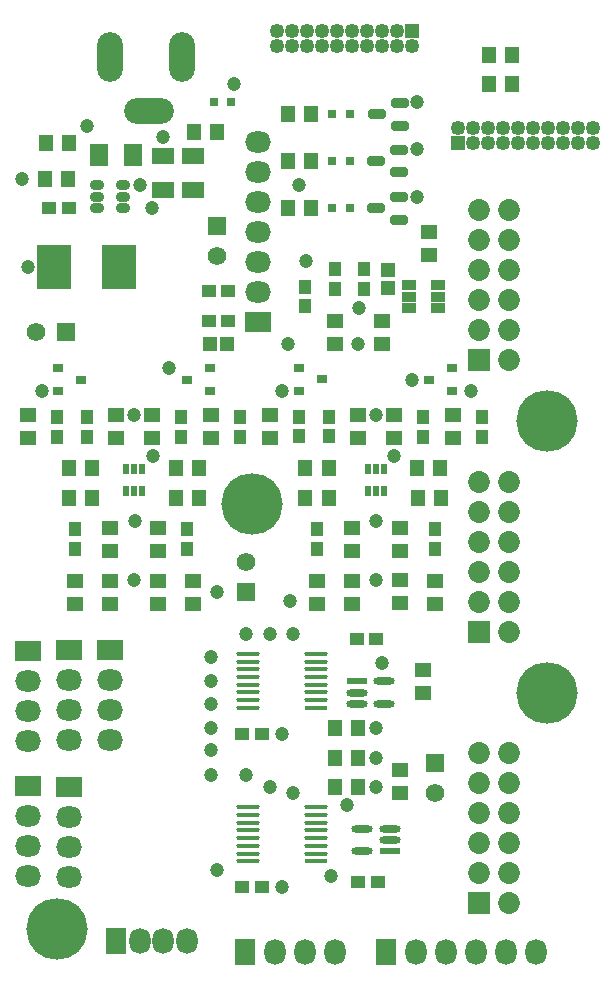
<source format=gbr>
%TF.GenerationSoftware,Altium Limited,Altium Designer,21.2.1 (34)*%
G04 Layer_Color=8388736*
%FSLAX45Y45*%
%MOMM*%
%TF.SameCoordinates,1A5297F3-7C59-4284-9812-4E6276DD2B67*%
%TF.FilePolarity,Negative*%
%TF.FileFunction,Soldermask,Top*%
%TF.Part,Single*%
G01*
G75*
%TA.AperFunction,SMDPad,CuDef*%
G04:AMPARAMS|DCode=16|XSize=1.95543mm|YSize=0.42077mm|CornerRadius=0.21038mm|HoleSize=0mm|Usage=FLASHONLY|Rotation=180.000|XOffset=0mm|YOffset=0mm|HoleType=Round|Shape=RoundedRectangle|*
%AMROUNDEDRECTD16*
21,1,1.95543,0.00000,0,0,180.0*
21,1,1.53467,0.42077,0,0,180.0*
1,1,0.42077,-0.76733,0.00000*
1,1,0.42077,0.76733,0.00000*
1,1,0.42077,0.76733,0.00000*
1,1,0.42077,-0.76733,0.00000*
%
%ADD16ROUNDEDRECTD16*%
%ADD17R,1.95543X0.42077*%
%ADD18R,0.80000X0.80000*%
%ADD19R,1.25814X1.46213*%
%ADD20R,1.46213X1.25814*%
%ADD21R,1.80524X0.61213*%
G04:AMPARAMS|DCode=22|XSize=1.80524mm|YSize=0.61213mm|CornerRadius=0.30606mm|HoleSize=0mm|Usage=FLASHONLY|Rotation=180.000|XOffset=0mm|YOffset=0mm|HoleType=Round|Shape=RoundedRectangle|*
%AMROUNDEDRECTD22*
21,1,1.80524,0.00000,0,0,180.0*
21,1,1.19311,0.61213,0,0,180.0*
1,1,0.61213,-0.59655,0.00000*
1,1,0.61213,0.59655,0.00000*
1,1,0.61213,0.59655,0.00000*
1,1,0.61213,-0.59655,0.00000*
%
%ADD22ROUNDEDRECTD22*%
%ADD23R,1.05822X1.20651*%
%ADD24R,1.20651X1.05822*%
%ADD25R,1.55550X1.85822*%
%TA.AperFunction,ConnectorPad*%
%ADD29R,1.46213X1.25814*%
%TA.AperFunction,ComponentPad*%
%ADD40R,1.57000X1.57000*%
%ADD41C,1.57000*%
%ADD44R,1.57000X1.57000*%
%ADD47C,1.25320*%
%ADD48R,1.25320X1.25320*%
%ADD49R,2.20320X1.80320*%
%ADD50O,2.20320X1.80320*%
%ADD51O,1.80320X2.20320*%
%ADD52R,1.80320X2.20320*%
%ADD53O,4.20320X2.20320*%
%ADD54O,2.20320X4.20320*%
%ADD55R,1.85320X1.85320*%
%ADD56C,1.85320*%
%TA.AperFunction,ViaPad*%
%ADD57C,5.20320*%
%ADD58C,1.20320*%
%TA.AperFunction,SMDPad,CuDef*%
%ADD67R,0.60320X0.86320*%
%ADD68O,1.20320X0.90320*%
G04:AMPARAMS|DCode=69|XSize=1.4632mm|YSize=0.7932mm|CornerRadius=0.17535mm|HoleSize=0mm|Usage=FLASHONLY|Rotation=180.000|XOffset=0mm|YOffset=0mm|HoleType=Round|Shape=RoundedRectangle|*
%AMROUNDEDRECTD69*
21,1,1.46320,0.44250,0,0,180.0*
21,1,1.11250,0.79320,0,0,180.0*
1,1,0.35070,-0.55625,0.22125*
1,1,0.35070,0.55625,0.22125*
1,1,0.35070,0.55625,-0.22125*
1,1,0.35070,-0.55625,-0.22125*
%
%ADD69ROUNDEDRECTD69*%
%ADD70R,1.30320X0.85320*%
%ADD71R,3.00320X3.70320*%
%ADD72R,0.92720X0.76220*%
%ADD73R,1.97320X1.41320*%
%ADD74R,1.20320X1.25320*%
%ADD75R,1.25320X1.20320*%
D16*
X2012462Y922500D02*
D03*
Y987500D02*
D03*
Y1052500D02*
D03*
Y1117500D02*
D03*
Y1182500D02*
D03*
Y1247500D02*
D03*
Y1312500D02*
D03*
Y1377500D02*
D03*
X2587539D02*
D03*
Y1312500D02*
D03*
Y1247500D02*
D03*
Y1182500D02*
D03*
Y1117500D02*
D03*
Y1052500D02*
D03*
Y987500D02*
D03*
X2587538Y2287500D02*
D03*
Y2352500D02*
D03*
Y2417500D02*
D03*
Y2482500D02*
D03*
Y2547500D02*
D03*
Y2612500D02*
D03*
Y2677500D02*
D03*
X2012462D02*
D03*
Y2612500D02*
D03*
Y2547500D02*
D03*
Y2482500D02*
D03*
Y2417500D02*
D03*
Y2352500D02*
D03*
Y2287500D02*
D03*
Y2222500D02*
D03*
D17*
X2587539Y922500D02*
D03*
X2587538Y2222500D02*
D03*
D18*
X1875000Y7350000D02*
D03*
X1725000D02*
D03*
X2725000Y7250000D02*
D03*
X2875000D02*
D03*
Y6450000D02*
D03*
X2725000D02*
D03*
X2875000Y6850000D02*
D03*
X2725000D02*
D03*
D19*
X495399Y6700000D02*
D03*
X300000D02*
D03*
X1597699Y4000000D02*
D03*
X1402301D02*
D03*
X1597699Y4250000D02*
D03*
X1402301D02*
D03*
X3647699Y4000000D02*
D03*
X3452301D02*
D03*
X3645199Y4250000D02*
D03*
X3449800D02*
D03*
X2547699Y6850000D02*
D03*
X2352301D02*
D03*
X2547699Y7250000D02*
D03*
X2352301D02*
D03*
X2547699Y6450000D02*
D03*
X2352301D02*
D03*
X502300Y4000000D02*
D03*
X697699D02*
D03*
X502300Y4250000D02*
D03*
X697699D02*
D03*
X2502301Y4000000D02*
D03*
X2697699D02*
D03*
X2502301Y4250000D02*
D03*
X2697699D02*
D03*
X302301Y7000000D02*
D03*
X497699D02*
D03*
X1750199Y7100000D02*
D03*
X1554801D02*
D03*
X2752301Y1800000D02*
D03*
X2947699D02*
D03*
X2752301Y2050000D02*
D03*
X2947699D02*
D03*
X4247699Y7500000D02*
D03*
X4052301D02*
D03*
X4247699Y7750000D02*
D03*
X4052301D02*
D03*
X2752301Y1550000D02*
D03*
X2947699D02*
D03*
D20*
X3150000Y5302301D02*
D03*
Y5497699D02*
D03*
X3750000Y4502301D02*
D03*
Y4697700D02*
D03*
X3250000D02*
D03*
Y4502301D02*
D03*
X3300000Y3300200D02*
D03*
Y3104801D02*
D03*
X3600000Y3102301D02*
D03*
Y3297700D02*
D03*
X3300000Y3552301D02*
D03*
Y3747700D02*
D03*
X900000Y4697700D02*
D03*
Y4502301D02*
D03*
X850000Y3297700D02*
D03*
Y3102301D02*
D03*
X550000D02*
D03*
Y3297700D02*
D03*
X850000Y3552301D02*
D03*
Y3747699D02*
D03*
X2200000Y4507301D02*
D03*
Y4702700D02*
D03*
X2950000Y4700200D02*
D03*
Y4504802D02*
D03*
X2900000Y3297700D02*
D03*
Y3102301D02*
D03*
X2600000D02*
D03*
Y3297700D02*
D03*
X2900000Y3552301D02*
D03*
Y3747700D02*
D03*
X1700000Y4502301D02*
D03*
Y4697700D02*
D03*
X1200000D02*
D03*
Y4502301D02*
D03*
X1250000Y3297700D02*
D03*
Y3102301D02*
D03*
X1550000D02*
D03*
Y3297700D02*
D03*
X1250000Y3552301D02*
D03*
Y3747699D02*
D03*
X2750000Y5304801D02*
D03*
Y5500200D02*
D03*
X3300000Y1697699D02*
D03*
Y1502301D02*
D03*
X3500000Y2349800D02*
D03*
Y2545199D02*
D03*
X3550000Y6052301D02*
D03*
Y6247699D02*
D03*
D21*
X3215048Y1005000D02*
D03*
X2934952Y2445000D02*
D03*
D22*
X3215048Y1100000D02*
D03*
Y1195000D02*
D03*
X2984952D02*
D03*
Y1005000D02*
D03*
X2934952Y2350000D02*
D03*
Y2255000D02*
D03*
X3165048D02*
D03*
Y2445000D02*
D03*
D23*
X2750000Y5769915D02*
D03*
Y5935086D02*
D03*
X650000Y4517414D02*
D03*
Y4682586D02*
D03*
X400000Y4517414D02*
D03*
Y4682586D02*
D03*
X550000Y3567414D02*
D03*
Y3732586D02*
D03*
X2700000Y4522415D02*
D03*
Y4687587D02*
D03*
X2450000Y4522415D02*
D03*
Y4687587D02*
D03*
X2600000Y3567415D02*
D03*
Y3732586D02*
D03*
X1450000Y4517414D02*
D03*
Y4682586D02*
D03*
X1950000Y4517414D02*
D03*
Y4682586D02*
D03*
X1500000Y3567414D02*
D03*
Y3732586D02*
D03*
X3500000Y4517415D02*
D03*
Y4682587D02*
D03*
X4000000Y4517415D02*
D03*
Y4682587D02*
D03*
X3600000Y3567415D02*
D03*
Y3732586D02*
D03*
X2500000Y5619914D02*
D03*
Y5785086D02*
D03*
X3000000Y5769915D02*
D03*
Y5935086D02*
D03*
D24*
X334828Y6450000D02*
D03*
X500000D02*
D03*
X3100000Y2800000D02*
D03*
X2934828D02*
D03*
X1683414Y5750000D02*
D03*
X1848586D02*
D03*
X1683414Y5500000D02*
D03*
X1848586D02*
D03*
X1967414Y2000000D02*
D03*
X2132586D02*
D03*
X2132586Y700000D02*
D03*
X1967415D02*
D03*
X2950000Y750000D02*
D03*
X3115172D02*
D03*
D25*
X1040272Y6900000D02*
D03*
X750000D02*
D03*
D29*
X150000Y4502301D02*
D03*
Y4697700D02*
D03*
D40*
X477000Y5400000D02*
D03*
D41*
X223000D02*
D03*
X1750000Y6046000D02*
D03*
X3600000Y1496000D02*
D03*
X2000000Y3454000D02*
D03*
D44*
X1750000Y6300000D02*
D03*
X3600000Y1750000D02*
D03*
X2000000Y3200000D02*
D03*
D47*
X4935000Y7127000D02*
D03*
Y7000000D02*
D03*
X4808000Y7127000D02*
D03*
Y7000000D02*
D03*
X4681000Y7127000D02*
D03*
Y7000000D02*
D03*
X4554000Y7127000D02*
D03*
Y7000000D02*
D03*
X4427000Y7127000D02*
D03*
X4300000D02*
D03*
Y7000000D02*
D03*
X4173000Y7127000D02*
D03*
Y7000000D02*
D03*
X4046000Y7127000D02*
D03*
Y7000000D02*
D03*
X3919000Y7127000D02*
D03*
Y7000000D02*
D03*
X3792000Y7127000D02*
D03*
X4427000Y7000000D02*
D03*
X2265000Y7823000D02*
D03*
Y7950000D02*
D03*
X2392000Y7823000D02*
D03*
Y7950000D02*
D03*
X2519000Y7823000D02*
D03*
Y7950000D02*
D03*
X2646000Y7823000D02*
D03*
Y7950000D02*
D03*
X2773000Y7823000D02*
D03*
X2900000D02*
D03*
Y7950000D02*
D03*
X3027000Y7823000D02*
D03*
Y7950000D02*
D03*
X3154000Y7823000D02*
D03*
Y7950000D02*
D03*
X3281000Y7823000D02*
D03*
Y7950000D02*
D03*
X3408000Y7823000D02*
D03*
X2773000Y7950000D02*
D03*
D48*
X3792000Y7000000D02*
D03*
X3408000Y7950000D02*
D03*
D49*
X2100000Y5484000D02*
D03*
X500000Y2708000D02*
D03*
X850000Y2712000D02*
D03*
X150000Y2704000D02*
D03*
X500000Y1554000D02*
D03*
X150000Y1562000D02*
D03*
D50*
X2100000Y5738000D02*
D03*
Y5992000D02*
D03*
Y6246000D02*
D03*
Y6500000D02*
D03*
Y6754000D02*
D03*
Y7008000D02*
D03*
X500000Y1946000D02*
D03*
Y2200000D02*
D03*
Y2454000D02*
D03*
X850000Y1950000D02*
D03*
Y2204000D02*
D03*
Y2458000D02*
D03*
X150000Y2450000D02*
D03*
Y2196000D02*
D03*
Y1942000D02*
D03*
X500000Y792000D02*
D03*
Y1046000D02*
D03*
Y1300000D02*
D03*
X150000Y800000D02*
D03*
Y1054000D02*
D03*
Y1308000D02*
D03*
D51*
X4458000Y150000D02*
D03*
X4204000D02*
D03*
X3950000D02*
D03*
X3696000D02*
D03*
X3442000D02*
D03*
X1500000Y250000D02*
D03*
X1300000D02*
D03*
X1100000D02*
D03*
X2242000Y150000D02*
D03*
X2496000D02*
D03*
X2750000D02*
D03*
D52*
X3188000D02*
D03*
X900000Y250000D02*
D03*
X1988000Y150000D02*
D03*
D53*
X1175000Y7270000D02*
D03*
D54*
X1455000Y7730000D02*
D03*
X845000D02*
D03*
D55*
X3973000Y565000D02*
D03*
Y5165000D02*
D03*
Y2865000D02*
D03*
D56*
Y819000D02*
D03*
X4227000Y565000D02*
D03*
Y819000D02*
D03*
X3973000Y1327000D02*
D03*
X4227000D02*
D03*
X3973000Y1835000D02*
D03*
X4227000D02*
D03*
Y1581000D02*
D03*
X3973000D02*
D03*
X4227000Y1073000D02*
D03*
X3973000D02*
D03*
Y5419000D02*
D03*
X4227000Y5165000D02*
D03*
Y5419000D02*
D03*
X3973000Y5927000D02*
D03*
X4227000D02*
D03*
X3973000Y6435000D02*
D03*
X4227000D02*
D03*
Y6181000D02*
D03*
X3973000D02*
D03*
X4227000Y5673000D02*
D03*
X3973000D02*
D03*
Y3119000D02*
D03*
X4227000Y2865000D02*
D03*
Y3119000D02*
D03*
X3973000Y3627000D02*
D03*
X4227000D02*
D03*
X3973000Y4135000D02*
D03*
X4227000D02*
D03*
Y3881000D02*
D03*
X3973000D02*
D03*
X4227000Y3373000D02*
D03*
X3973000D02*
D03*
D57*
X2050000Y3950000D02*
D03*
X400000Y350000D02*
D03*
X4550000Y4650000D02*
D03*
Y2350000D02*
D03*
D58*
X2350000Y5300000D02*
D03*
X2504627Y6000000D02*
D03*
X3100000Y1550000D02*
D03*
X2717141Y800000D02*
D03*
X2953174Y5603174D02*
D03*
X3400000Y5000000D02*
D03*
X1900000Y7500000D02*
D03*
X1300000Y7050000D02*
D03*
X2369360Y3122209D02*
D03*
X3150000Y2600000D02*
D03*
X3100000Y1800000D02*
D03*
Y2050000D02*
D03*
X2000000Y1650000D02*
D03*
X2200000Y1550000D02*
D03*
X1700000Y1650000D02*
D03*
Y1866128D02*
D03*
Y2050000D02*
D03*
Y2250000D02*
D03*
Y2450000D02*
D03*
Y2650000D02*
D03*
X2400000Y2850000D02*
D03*
X2200000D02*
D03*
X2000000D02*
D03*
X2400000Y1500000D02*
D03*
X1750000Y850000D02*
D03*
X2450000Y6650000D02*
D03*
X3100000Y3800001D02*
D03*
X1350000Y5100000D02*
D03*
X1100000Y6650000D02*
D03*
X650000Y7150000D02*
D03*
X1200000Y6450000D02*
D03*
X100000Y6700000D02*
D03*
X150000Y5950000D02*
D03*
X3450000Y6950000D02*
D03*
X2300000Y700000D02*
D03*
X2850000Y1400000D02*
D03*
X2300000Y2000000D02*
D03*
X2950000Y5300000D02*
D03*
X3450000Y7350000D02*
D03*
X3100000Y3300000D02*
D03*
X3900000Y4900000D02*
D03*
X3100000Y4700000D02*
D03*
X2300000Y4900001D02*
D03*
X3250000Y4350001D02*
D03*
X1208708Y4356207D02*
D03*
X1058708Y3806207D02*
D03*
X1050000Y3300000D02*
D03*
X268083Y4904375D02*
D03*
X1050000Y4700000D02*
D03*
X1750000Y3200000D02*
D03*
X3450000Y6550000D02*
D03*
D67*
X985000Y4058000D02*
D03*
X1050000D02*
D03*
X1115000D02*
D03*
Y4242000D02*
D03*
X1050000D02*
D03*
X985000D02*
D03*
X3035000Y4242001D02*
D03*
X3100000D02*
D03*
X3165000D02*
D03*
Y4058001D02*
D03*
X3100000D02*
D03*
X3035000D02*
D03*
D68*
X740000Y6645000D02*
D03*
Y6550000D02*
D03*
Y6455000D02*
D03*
X960000D02*
D03*
Y6550000D02*
D03*
Y6645000D02*
D03*
D69*
X3296000Y6545000D02*
D03*
X3100000Y6450000D02*
D03*
X3296000Y6355000D02*
D03*
X3100000Y6850000D02*
D03*
X3296000Y6945000D02*
D03*
Y6755000D02*
D03*
X3300000Y7340000D02*
D03*
X3104000Y7245000D02*
D03*
X3300000Y7150000D02*
D03*
D70*
X3380000Y5797500D02*
D03*
Y5702500D02*
D03*
Y5607500D02*
D03*
X3620000D02*
D03*
Y5702500D02*
D03*
Y5797500D02*
D03*
D71*
X375000Y5950000D02*
D03*
X925000D02*
D03*
D72*
X3746800Y5095000D02*
D03*
X3550000Y5000001D02*
D03*
X3746800Y4905001D02*
D03*
X403200Y5095000D02*
D03*
X600000Y5000000D02*
D03*
X403200Y4905000D02*
D03*
X2449300Y5097501D02*
D03*
X2646100Y5002501D02*
D03*
X2449300Y4907501D02*
D03*
X1696800Y4905000D02*
D03*
X1500000Y5000000D02*
D03*
X1696800Y5095000D02*
D03*
D73*
X1550000Y6892800D02*
D03*
Y6607200D02*
D03*
X1300000Y6892800D02*
D03*
Y6607200D02*
D03*
D74*
X3200000Y5777500D02*
D03*
Y5927500D02*
D03*
D75*
X1841000Y5300000D02*
D03*
X1691000D02*
D03*
%TF.MD5,f10162d1697cf2c31c2ad3421994fb88*%
M02*

</source>
